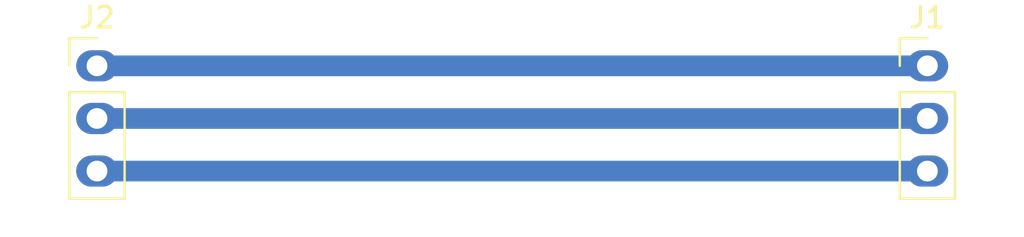
<source format=kicad_pcb>
(kicad_pcb (version 20221018) (generator pcbnew)
  (layers (0 "F.Cu" signal) (31 "B.Cu" signal) (34 "B.Paste" user) (35 "F.Paste" user) (36 "B.SilkS" user "B.Silkscreen") (37 "F.SilkS" user "F.Silkscreen") (38 "B.Mask" user) (39 "F.Mask" user) (44 "Edge.Cuts" user))
  (net 0 "")
  (net 1 "Net-(J1-Pin_1)")
  (net 2 "Net-(J1-Pin_3)")
  (net 3 "Net-(J1-Pin_2)")
  (footprint "Connector_PinHeader_2.54mm:PinHeader_1x03_P2.54mm_Vertical" (layer "F.Cu") (at 120 70)
    (fp_text reference "J1" (at 0 -2.33) (layer "F.SilkS"))
    (fp_text value "Conn_01x03")
    (fp_line (start -1.33 -1.33) (end 0 -1.33) (stroke (width 0.12)) (layer "F.SilkS"))
    (fp_line (start -1.33 0) (end -1.33 -1.33) (stroke (width 0.12)) (layer "F.SilkS"))
    (fp_line (start -1.33 1.27) (end -1.33 6.41) (stroke (width 0.12)) (layer "F.SilkS"))
    (fp_line (start -1.33 1.27) (end 1.33 1.27) (stroke (width 0.12)) (layer "F.SilkS"))
    (fp_line (start -1.33 6.41) (end 1.33 6.41) (stroke (width 0.12)) (layer "F.SilkS"))
    (fp_line (start 1.33 1.27) (end 1.33 6.41) (stroke (width 0.12)) (layer "F.SilkS"))
    (pad "1" thru_hole oval (at 0 0) (size 2 1.5) (drill 1) (layers "*.Cu" "*.Mask") (net 1 "Net-(J1-Pin_1)"))
    (pad "2" thru_hole oval (at 0 2.54) (size 2 1.5) (drill 1) (layers "*.Cu" "*.Mask") (net 3 "Net-(J1-Pin_2)"))
    (pad "3" thru_hole oval (at 0 5.08) (size 2 1.5) (drill 1) (layers "*.Cu" "*.Mask") (net 2 "Net-(J1-Pin_3)"))
  )
  (footprint "Connector_PinHeader_2.54mm:PinHeader_1x03_P2.54mm_Vertical" (layer "F.Cu") (at 80 70)
    (fp_text reference "J2" (at 0 -2.33) (layer "F.SilkS"))
    (fp_text value "Conn_01x03")
    (fp_line (start -1.33 -1.33) (end 0 -1.33) (stroke (width 0.12)) (layer "F.SilkS"))
    (fp_line (start -1.33 0) (end -1.33 -1.33) (stroke (width 0.12)) (layer "F.SilkS"))
    (fp_line (start -1.33 1.27) (end -1.33 6.41) (stroke (width 0.12)) (layer "F.SilkS"))
    (fp_line (start -1.33 1.27) (end 1.33 1.27) (stroke (width 0.12)) (layer "F.SilkS"))
    (fp_line (start -1.33 6.41) (end 1.33 6.41) (stroke (width 0.12)) (layer "F.SilkS"))
    (fp_line (start 1.33 1.27) (end 1.33 6.41) (stroke (width 0.12)) (layer "F.SilkS"))
    (pad "1" thru_hole oval (at 0 0) (size 2 1.5) (drill 1) (layers "*.Cu" "*.Mask") (net 1 "Net-(J1-Pin_1)"))
    (pad "2" thru_hole oval (at 0 2.54) (size 2 1.5) (drill 1) (layers "*.Cu" "*.Mask") (net 3 "Net-(J1-Pin_2)"))
    (pad "3" thru_hole oval (at 0 5.08) (size 2 1.5) (drill 1) (layers "*.Cu" "*.Mask") (net 2 "Net-(J1-Pin_3)"))
  )
  (segment (start 80 70) (end 120 70) (width 1) (layer "B.Cu") (net 1))
  (segment (start 80 75.08) (end 120 75.08) (width 1) (layer "B.Cu") (net 2))
  (segment (start 80 72.54) (end 120 72.54) (width 1) (layer "B.Cu") (net 3))
)
</source>
